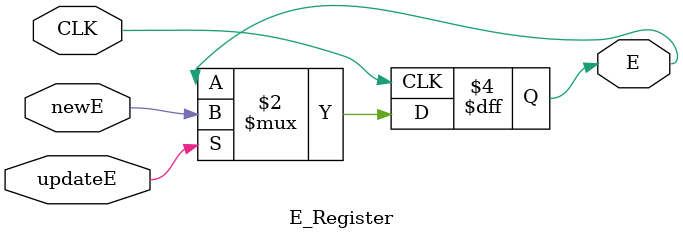
<source format=v>
module ALU
#(
    parameter A = 16
)
(
    input CLK,                     // Clock signal
    input [A-1:0] op1, op2,        // Operands
    input [3:0] ALUOP,             
    output reg [A-1:0] data,   
    output E                       
);
    // Internal signals
    reg updateE;                   
    reg newE;                     
    parameter
        AND = 4'b0000,
        ADD = 4'b0001,
        CLA = 4'b0010,
        CMA = 4'b0011,
        CIR = 4'b0100,
        CIL = 4'b0101,
        INC = 4'b0110,
        CLE = 4'b0111,
        CME = 4'b1000,
        SPA = 4'b1001,
        SNA = 4'b1010,
        SZA = 4'b1011,
        SZE = 4'b1100,
        LDA = 4'b1101;

    // Instantiate E_Register
    E_Register e_reg (
        .CLK(CLK),
        .updateE(updateE),
        .newE(newE),
        .E(E) // Output from the E_Register
    );

    // ALU logic
    always @(*) begin
        data = {A{1'bx}};
        updateE = 1'b0; 
        newE = 1'bx;    

        case (ALUOP)
            AND: begin
                data = op1 & op2;
            end
            ADD: begin
                {newE, data} = op1 + op2; 
                updateE = 1'b1;           
            end
            CLA: begin
                data = {A{1'b0}};
            end
            CMA: begin
                data = ~op1;
            end
            CIR: begin
                {data, newE} = {op1, E} >> 1; // Shift right with E
                updateE = 1'b1;               // Signal to update E
            end
            CIL: begin
                {newE, data} = {E, op1} << 1; // Shift left with E
                updateE = 1'b1;               // Signal to update E
            end
            INC: begin
                data = op1 + 1;
            end
            CLE: begin
                newE = 1'b0;                  // Clear E
                updateE = 1'b1;               // Signal to update E
            end
            CME: begin
                newE = ~E;                    // Complement E
                updateE = 1'b1;               // Signal to update E
            end
            SPA, SNA, SZA, SZE: begin
                // No changes to data or E here; handle based on control logic
                data = {A{1'b0}};
            end
            LDA: begin
                data = op1;
            end
            default: begin
                data = {A{1'bx}};
            end
        endcase
    end
endmodule



module E_Register (
    input CLK,                 // Clock signal
    input updateE,             // Control signal to update E
    input newE,                // New value for E
    output reg E               // Current value of E
);
    always @(posedge CLK) begin
        if (updateE) begin
            E <= newE;         // Update E on control signal
        end
    end
endmodule


</source>
